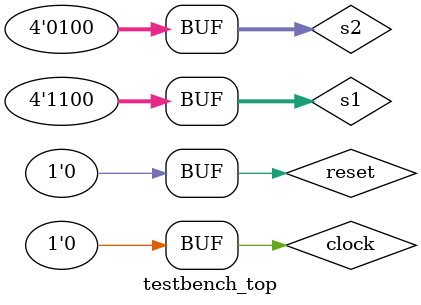
<source format=sv>
`timescale 1 ns / 1 ns

module testbench_top();

/* 
Name: Emily Kendrick
Email: ekendrick@hmc.edu
Date created: 9/6/25
Testbench for the top module
*/

	logic clock, reset;
	logic [3:0] s1, s2;
	logic [6:0] seg;
	logic [4:0] led;
	logic [1:0] seg_power;
	
top dut(clock, reset, s1, s2, seg, seg_power, led);

// generate clock
always 
	begin
		// period = 10 ticks
		clock = 1; #5;
		clock = 0; #5;
	end

initial
	begin
		reset = 1; #100 reset = 0; #100
		s1 <= 4'b0000; s2 <= 4'b0001; #100
		s1 <= 4'b0101; s2 <= 4'b1010; #100
		s1 <= 4'b1111; s2 <= 4'b1111; #100
		s1 <= 4'b1000; s2 <= 4'b0010; #100
		s1 <= 4'b1100; s2 <= 4'b0100; 
	end

endmodule
		
</source>
